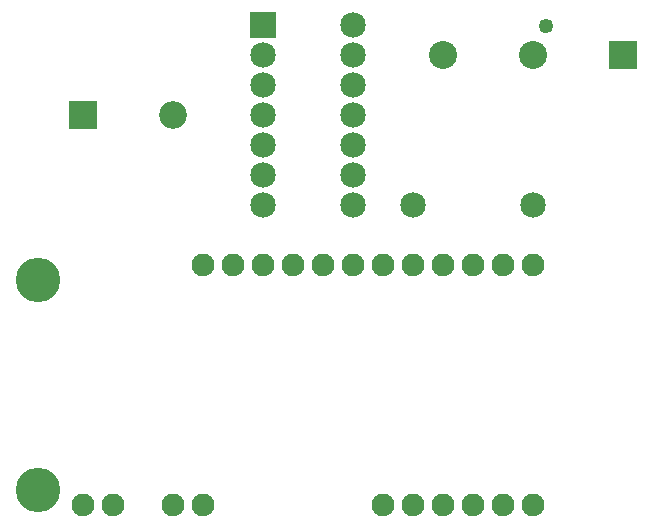
<source format=gbs>
G04 MADE WITH FRITZING*
G04 WWW.FRITZING.ORG*
G04 DOUBLE SIDED*
G04 HOLES PLATED*
G04 CONTOUR ON CENTER OF CONTOUR VECTOR*
%ASAXBY*%
%FSLAX23Y23*%
%MOIN*%
%OFA0B0*%
%SFA1.0B1.0*%
%ADD10C,0.148425*%
%ADD11C,0.076000*%
%ADD12C,0.085000*%
%ADD13C,0.092000*%
%ADD14C,0.093307*%
%ADD15C,0.049370*%
%ADD16R,0.092000X0.092000*%
%ADD17R,0.085000X0.085000*%
%ADD18R,0.093307X0.093307*%
%LNMASK0*%
G90*
G70*
G54D10*
X95Y135D03*
G54D11*
X1745Y85D03*
X1645Y85D03*
X1545Y85D03*
X1445Y85D03*
X1345Y85D03*
X1245Y85D03*
G54D10*
X95Y835D03*
G54D11*
X645Y85D03*
X545Y85D03*
X345Y85D03*
X245Y85D03*
X645Y885D03*
X745Y885D03*
X845Y885D03*
X945Y885D03*
X1045Y885D03*
X1145Y885D03*
X1245Y885D03*
X1345Y885D03*
X1445Y885D03*
X1545Y885D03*
X1645Y885D03*
X1745Y885D03*
G54D12*
X1745Y1085D03*
X1345Y1085D03*
G54D13*
X245Y1385D03*
X545Y1385D03*
G54D12*
X845Y1685D03*
X1145Y1685D03*
X845Y1585D03*
X1145Y1585D03*
X845Y1485D03*
X1145Y1485D03*
X845Y1385D03*
X1145Y1385D03*
X845Y1285D03*
X1145Y1285D03*
X845Y1185D03*
X1145Y1185D03*
X845Y1085D03*
X1145Y1085D03*
G54D14*
X2045Y1585D03*
X1745Y1585D03*
X1445Y1585D03*
G54D15*
X1788Y1682D03*
G54D16*
X245Y1385D03*
G54D17*
X845Y1685D03*
G54D18*
X2045Y1585D03*
G04 End of Mask0*
M02*
</source>
